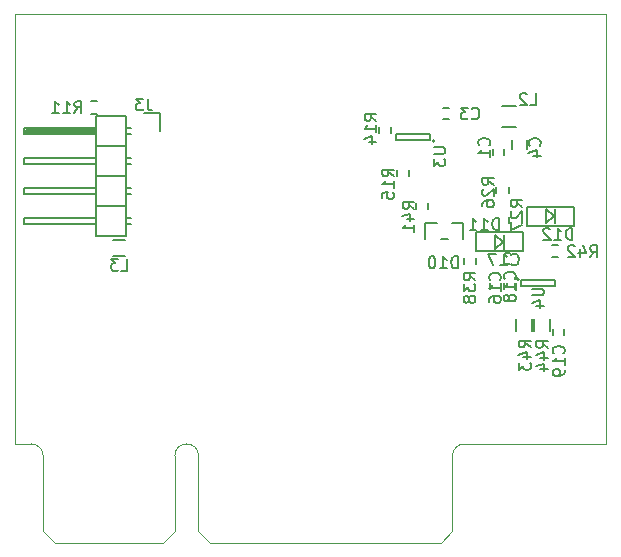
<source format=gbo>
G04 #@! TF.FileFunction,Legend,Bot*
%FSLAX46Y46*%
G04 Gerber Fmt 4.6, Leading zero omitted, Abs format (unit mm)*
G04 Created by KiCad (PCBNEW 4.0.7) date 09/09/17 19:38:47*
%MOMM*%
%LPD*%
G01*
G04 APERTURE LIST*
%ADD10C,0.100000*%
%ADD11C,0.150000*%
G04 APERTURE END LIST*
D10*
X137927358Y-135315553D02*
X137927358Y-135715553D01*
X126777358Y-135715553D02*
X126777358Y-135315553D01*
X127777358Y-136715553D02*
X126777358Y-135715553D01*
X136927358Y-136715553D02*
X127777358Y-136715553D01*
X137927358Y-135715553D02*
X136927358Y-136715553D01*
X161427358Y-135315553D02*
X161427358Y-135715553D01*
X139927358Y-135715553D02*
X139927358Y-135315553D01*
X140927358Y-136715553D02*
X139927358Y-135715553D01*
X160427358Y-136715553D02*
X140927358Y-136715553D01*
X161427358Y-135715553D02*
X160427358Y-136715553D01*
X124427358Y-91915553D02*
X174427358Y-91915553D01*
X174427358Y-128315553D02*
X174427358Y-91915553D01*
X174427358Y-128315553D02*
X162427358Y-128315553D01*
X124427358Y-128315553D02*
X124427358Y-91915553D01*
X125777358Y-128315553D02*
X124427358Y-128315553D01*
X125777358Y-128315553D02*
G75*
G02X126777358Y-129315553I0J-1000000D01*
G01*
X126777358Y-135315553D02*
X126777358Y-129315553D01*
X137927358Y-129315553D02*
X137927358Y-135315553D01*
X137927358Y-129315553D02*
G75*
G02X139927358Y-129315553I1000000J0D01*
G01*
X139927358Y-135315553D02*
X139927358Y-129315553D01*
X161427358Y-129315553D02*
X161427358Y-135315553D01*
X161427358Y-129315553D02*
G75*
G02X162427358Y-128315553I1000000J0D01*
G01*
D11*
X161031200Y-110986800D02*
X160431200Y-110986800D01*
X159131200Y-110986800D02*
X159131200Y-109586800D01*
X159131200Y-109586800D02*
X160131200Y-109586800D01*
X161431200Y-109586800D02*
X162331200Y-109586800D01*
X162331200Y-109586800D02*
X162331200Y-110986800D01*
X165817500Y-110588500D02*
X165817500Y-111788500D01*
X165017500Y-110588500D02*
X165017500Y-111788500D01*
X165017500Y-111788500D02*
X165717500Y-111188500D01*
X165717500Y-111188500D02*
X165017500Y-110588500D01*
X163417500Y-110388500D02*
X167417500Y-110388500D01*
X167417500Y-110388500D02*
X167417500Y-111988500D01*
X167417500Y-111988500D02*
X163417500Y-111988500D01*
X163417500Y-111988500D02*
X163417500Y-110388500D01*
X161159000Y-100805000D02*
X160659000Y-100805000D01*
X160659000Y-99855000D02*
X161159000Y-99855000D01*
X136631200Y-100304000D02*
X136631200Y-101854000D01*
X135331200Y-100304000D02*
X136631200Y-100304000D01*
X131140200Y-101727000D02*
X125298200Y-101727000D01*
X125298200Y-101727000D02*
X125298200Y-101981000D01*
X125298200Y-101981000D02*
X131140200Y-101981000D01*
X131140200Y-101981000D02*
X131140200Y-101854000D01*
X131140200Y-101854000D02*
X125298200Y-101854000D01*
X133807200Y-101600000D02*
X134188200Y-101600000D01*
X133807200Y-102108000D02*
X134188200Y-102108000D01*
X133807200Y-104140000D02*
X134188200Y-104140000D01*
X133807200Y-104648000D02*
X134188200Y-104648000D01*
X133807200Y-106680000D02*
X134188200Y-106680000D01*
X133807200Y-107188000D02*
X134188200Y-107188000D01*
X133807200Y-109728000D02*
X134188200Y-109728000D01*
X133807200Y-109220000D02*
X134188200Y-109220000D01*
X133807200Y-100584000D02*
X131267200Y-100584000D01*
X133807200Y-103124000D02*
X131267200Y-103124000D01*
X133807200Y-103124000D02*
X133807200Y-105664000D01*
X133807200Y-105664000D02*
X131267200Y-105664000D01*
X131267200Y-104140000D02*
X125171200Y-104140000D01*
X125171200Y-104140000D02*
X125171200Y-104648000D01*
X125171200Y-104648000D02*
X131267200Y-104648000D01*
X131267200Y-105664000D02*
X131267200Y-103124000D01*
X131267200Y-103124000D02*
X131267200Y-100584000D01*
X125171200Y-102108000D02*
X131267200Y-102108000D01*
X125171200Y-101600000D02*
X125171200Y-102108000D01*
X131267200Y-101600000D02*
X125171200Y-101600000D01*
X133807200Y-103124000D02*
X131267200Y-103124000D01*
X133807200Y-100584000D02*
X133807200Y-103124000D01*
X133807200Y-108204000D02*
X131267200Y-108204000D01*
X133807200Y-108204000D02*
X133807200Y-110744000D01*
X133807200Y-110744000D02*
X131267200Y-110744000D01*
X131267200Y-109220000D02*
X125171200Y-109220000D01*
X125171200Y-109220000D02*
X125171200Y-109728000D01*
X125171200Y-109728000D02*
X131267200Y-109728000D01*
X131267200Y-110744000D02*
X131267200Y-108204000D01*
X131267200Y-108204000D02*
X131267200Y-105664000D01*
X125171200Y-107188000D02*
X131267200Y-107188000D01*
X125171200Y-106680000D02*
X125171200Y-107188000D01*
X131267200Y-106680000D02*
X125171200Y-106680000D01*
X133807200Y-108204000D02*
X131267200Y-108204000D01*
X133807200Y-105664000D02*
X133807200Y-108204000D01*
X133807200Y-105664000D02*
X131267200Y-105664000D01*
X156227000Y-101477000D02*
X156227000Y-101977000D01*
X155177000Y-101977000D02*
X155177000Y-101477000D01*
X166718000Y-114685000D02*
X166718000Y-115185000D01*
X165768000Y-115185000D02*
X165768000Y-114685000D01*
X166506600Y-102621600D02*
X166506600Y-103321600D01*
X167706600Y-103321600D02*
X167706600Y-102621600D01*
X169959000Y-119122000D02*
X169959000Y-118622000D01*
X170909000Y-118622000D02*
X170909000Y-119122000D01*
X165575000Y-114685000D02*
X165575000Y-115185000D01*
X164625000Y-115185000D02*
X164625000Y-114685000D01*
X165840600Y-112123200D02*
X166340600Y-112123200D01*
X166340600Y-113073200D02*
X165840600Y-113073200D01*
X170135500Y-108429500D02*
X170135500Y-109629500D01*
X169335500Y-108429500D02*
X169335500Y-109629500D01*
X169335500Y-109629500D02*
X170035500Y-109029500D01*
X170035500Y-109029500D02*
X169335500Y-108429500D01*
X167735500Y-108229500D02*
X171735500Y-108229500D01*
X171735500Y-108229500D02*
X171735500Y-109829500D01*
X171735500Y-109829500D02*
X167735500Y-109829500D01*
X167735500Y-109829500D02*
X167735500Y-108229500D01*
X165643000Y-101459000D02*
X166843000Y-101459000D01*
X166843000Y-99709000D02*
X165643000Y-99709000D01*
X133723000Y-111085000D02*
X132723000Y-111085000D01*
X132723000Y-112435000D02*
X133723000Y-112435000D01*
X165159200Y-107031600D02*
X165159200Y-106531600D01*
X166209200Y-106531600D02*
X166209200Y-107031600D01*
X167301400Y-109122400D02*
X167301400Y-109622400D01*
X166251400Y-109622400D02*
X166251400Y-109122400D01*
X163466000Y-112576800D02*
X163466000Y-113076800D01*
X162416000Y-113076800D02*
X162416000Y-112576800D01*
X131314000Y-100347000D02*
X130814000Y-100347000D01*
X130814000Y-99297000D02*
X131314000Y-99297000D01*
X169879200Y-111463600D02*
X170379200Y-111463600D01*
X170379200Y-112513600D02*
X169879200Y-112513600D01*
X166838000Y-117737000D02*
X166838000Y-118737000D01*
X168188000Y-118737000D02*
X168188000Y-117737000D01*
X169712000Y-118737000D02*
X169712000Y-117737000D01*
X168362000Y-117737000D02*
X168362000Y-118737000D01*
X165829000Y-103382000D02*
X165829000Y-103882000D01*
X164879000Y-103882000D02*
X164879000Y-103382000D01*
X157751000Y-105160000D02*
X157751000Y-105660000D01*
X156701000Y-105660000D02*
X156701000Y-105160000D01*
X158352000Y-108454000D02*
X158352000Y-107954000D01*
X159402000Y-107954000D02*
X159402000Y-108454000D01*
X159915000Y-102662000D02*
G75*
G03X159915000Y-102662000I-100000J0D01*
G01*
X159565000Y-102112000D02*
X159565000Y-102612000D01*
X156665000Y-102112000D02*
X159565000Y-102112000D01*
X156665000Y-102612000D02*
X156665000Y-102112000D01*
X159565000Y-102612000D02*
X156665000Y-102612000D01*
X167056000Y-114381000D02*
G75*
G03X167056000Y-114381000I-100000J0D01*
G01*
X167206000Y-114931000D02*
X167206000Y-114431000D01*
X170106000Y-114931000D02*
X167206000Y-114931000D01*
X170106000Y-114431000D02*
X170106000Y-114931000D01*
X167206000Y-114431000D02*
X170106000Y-114431000D01*
X161889606Y-113441741D02*
X161889606Y-112441741D01*
X161651511Y-112441741D01*
X161508653Y-112489360D01*
X161413415Y-112584598D01*
X161365796Y-112679836D01*
X161318177Y-112870312D01*
X161318177Y-113013170D01*
X161365796Y-113203646D01*
X161413415Y-113298884D01*
X161508653Y-113394122D01*
X161651511Y-113441741D01*
X161889606Y-113441741D01*
X160365796Y-113441741D02*
X160937225Y-113441741D01*
X160651511Y-113441741D02*
X160651511Y-112441741D01*
X160746749Y-112584598D01*
X160841987Y-112679836D01*
X160937225Y-112727455D01*
X159746749Y-112441741D02*
X159651510Y-112441741D01*
X159556272Y-112489360D01*
X159508653Y-112536979D01*
X159461034Y-112632217D01*
X159413415Y-112822693D01*
X159413415Y-113060789D01*
X159461034Y-113251265D01*
X159508653Y-113346503D01*
X159556272Y-113394122D01*
X159651510Y-113441741D01*
X159746749Y-113441741D01*
X159841987Y-113394122D01*
X159889606Y-113346503D01*
X159937225Y-113251265D01*
X159984844Y-113060789D01*
X159984844Y-112822693D01*
X159937225Y-112632217D01*
X159889606Y-112536979D01*
X159841987Y-112489360D01*
X159746749Y-112441741D01*
X165371946Y-110203241D02*
X165371946Y-109203241D01*
X165133851Y-109203241D01*
X164990993Y-109250860D01*
X164895755Y-109346098D01*
X164848136Y-109441336D01*
X164800517Y-109631812D01*
X164800517Y-109774670D01*
X164848136Y-109965146D01*
X164895755Y-110060384D01*
X164990993Y-110155622D01*
X165133851Y-110203241D01*
X165371946Y-110203241D01*
X163848136Y-110203241D02*
X164419565Y-110203241D01*
X164133851Y-110203241D02*
X164133851Y-109203241D01*
X164229089Y-109346098D01*
X164324327Y-109441336D01*
X164419565Y-109488955D01*
X162895755Y-110203241D02*
X163467184Y-110203241D01*
X163181470Y-110203241D02*
X163181470Y-109203241D01*
X163276708Y-109346098D01*
X163371946Y-109441336D01*
X163467184Y-109488955D01*
X163076666Y-100737143D02*
X163124285Y-100784762D01*
X163267142Y-100832381D01*
X163362380Y-100832381D01*
X163505238Y-100784762D01*
X163600476Y-100689524D01*
X163648095Y-100594286D01*
X163695714Y-100403810D01*
X163695714Y-100260952D01*
X163648095Y-100070476D01*
X163600476Y-99975238D01*
X163505238Y-99880000D01*
X163362380Y-99832381D01*
X163267142Y-99832381D01*
X163124285Y-99880000D01*
X163076666Y-99927619D01*
X162743333Y-99832381D02*
X162124285Y-99832381D01*
X162457619Y-100213333D01*
X162314761Y-100213333D01*
X162219523Y-100260952D01*
X162171904Y-100308571D01*
X162124285Y-100403810D01*
X162124285Y-100641905D01*
X162171904Y-100737143D01*
X162219523Y-100784762D01*
X162314761Y-100832381D01*
X162600476Y-100832381D01*
X162695714Y-100784762D01*
X162743333Y-100737143D01*
X135623893Y-99081341D02*
X135623893Y-99795627D01*
X135671513Y-99938484D01*
X135766751Y-100033722D01*
X135909608Y-100081341D01*
X136004846Y-100081341D01*
X135242941Y-99081341D02*
X134623893Y-99081341D01*
X134957227Y-99462293D01*
X134814369Y-99462293D01*
X134719131Y-99509912D01*
X134671512Y-99557531D01*
X134623893Y-99652770D01*
X134623893Y-99890865D01*
X134671512Y-99986103D01*
X134719131Y-100033722D01*
X134814369Y-100081341D01*
X135100084Y-100081341D01*
X135195322Y-100033722D01*
X135242941Y-99986103D01*
X154992381Y-100947143D02*
X154516190Y-100613809D01*
X154992381Y-100375714D02*
X153992381Y-100375714D01*
X153992381Y-100756667D01*
X154040000Y-100851905D01*
X154087619Y-100899524D01*
X154182857Y-100947143D01*
X154325714Y-100947143D01*
X154420952Y-100899524D01*
X154468571Y-100851905D01*
X154516190Y-100756667D01*
X154516190Y-100375714D01*
X154992381Y-101899524D02*
X154992381Y-101328095D01*
X154992381Y-101613809D02*
X153992381Y-101613809D01*
X154135238Y-101518571D01*
X154230476Y-101423333D01*
X154278095Y-101328095D01*
X154325714Y-102756667D02*
X154992381Y-102756667D01*
X153944762Y-102518571D02*
X154659048Y-102280476D01*
X154659048Y-102899524D01*
X166687143Y-114347143D02*
X166734762Y-114299524D01*
X166782381Y-114156667D01*
X166782381Y-114061429D01*
X166734762Y-113918571D01*
X166639524Y-113823333D01*
X166544286Y-113775714D01*
X166353810Y-113728095D01*
X166210952Y-113728095D01*
X166020476Y-113775714D01*
X165925238Y-113823333D01*
X165830000Y-113918571D01*
X165782381Y-114061429D01*
X165782381Y-114156667D01*
X165830000Y-114299524D01*
X165877619Y-114347143D01*
X166782381Y-115299524D02*
X166782381Y-114728095D01*
X166782381Y-115013809D02*
X165782381Y-115013809D01*
X165925238Y-114918571D01*
X166020476Y-114823333D01*
X166068095Y-114728095D01*
X166210952Y-115870952D02*
X166163333Y-115775714D01*
X166115714Y-115728095D01*
X166020476Y-115680476D01*
X165972857Y-115680476D01*
X165877619Y-115728095D01*
X165830000Y-115775714D01*
X165782381Y-115870952D01*
X165782381Y-116061429D01*
X165830000Y-116156667D01*
X165877619Y-116204286D01*
X165972857Y-116251905D01*
X166020476Y-116251905D01*
X166115714Y-116204286D01*
X166163333Y-116156667D01*
X166210952Y-116061429D01*
X166210952Y-115870952D01*
X166258571Y-115775714D01*
X166306190Y-115728095D01*
X166401429Y-115680476D01*
X166591905Y-115680476D01*
X166687143Y-115728095D01*
X166734762Y-115775714D01*
X166782381Y-115870952D01*
X166782381Y-116061429D01*
X166734762Y-116156667D01*
X166687143Y-116204286D01*
X166591905Y-116251905D01*
X166401429Y-116251905D01*
X166306190Y-116204286D01*
X166258571Y-116156667D01*
X166210952Y-116061429D01*
X164527503Y-103036074D02*
X164575122Y-102988455D01*
X164622741Y-102845598D01*
X164622741Y-102750360D01*
X164575122Y-102607502D01*
X164479884Y-102512264D01*
X164384646Y-102464645D01*
X164194170Y-102417026D01*
X164051312Y-102417026D01*
X163860836Y-102464645D01*
X163765598Y-102512264D01*
X163670360Y-102607502D01*
X163622741Y-102750360D01*
X163622741Y-102845598D01*
X163670360Y-102988455D01*
X163717979Y-103036074D01*
X164622741Y-103988455D02*
X164622741Y-103417026D01*
X164622741Y-103702740D02*
X163622741Y-103702740D01*
X163765598Y-103607502D01*
X163860836Y-103512264D01*
X163908455Y-103417026D01*
X170827143Y-120647143D02*
X170874762Y-120599524D01*
X170922381Y-120456667D01*
X170922381Y-120361429D01*
X170874762Y-120218571D01*
X170779524Y-120123333D01*
X170684286Y-120075714D01*
X170493810Y-120028095D01*
X170350952Y-120028095D01*
X170160476Y-120075714D01*
X170065238Y-120123333D01*
X169970000Y-120218571D01*
X169922381Y-120361429D01*
X169922381Y-120456667D01*
X169970000Y-120599524D01*
X170017619Y-120647143D01*
X170922381Y-121599524D02*
X170922381Y-121028095D01*
X170922381Y-121313809D02*
X169922381Y-121313809D01*
X170065238Y-121218571D01*
X170160476Y-121123333D01*
X170208095Y-121028095D01*
X170922381Y-122075714D02*
X170922381Y-122266190D01*
X170874762Y-122361429D01*
X170827143Y-122409048D01*
X170684286Y-122504286D01*
X170493810Y-122551905D01*
X170112857Y-122551905D01*
X170017619Y-122504286D01*
X169970000Y-122456667D01*
X169922381Y-122361429D01*
X169922381Y-122170952D01*
X169970000Y-122075714D01*
X170017619Y-122028095D01*
X170112857Y-121980476D01*
X170350952Y-121980476D01*
X170446190Y-122028095D01*
X170493810Y-122075714D01*
X170541429Y-122170952D01*
X170541429Y-122361429D01*
X170493810Y-122456667D01*
X170446190Y-122504286D01*
X170350952Y-122551905D01*
X165437143Y-114447143D02*
X165484762Y-114399524D01*
X165532381Y-114256667D01*
X165532381Y-114161429D01*
X165484762Y-114018571D01*
X165389524Y-113923333D01*
X165294286Y-113875714D01*
X165103810Y-113828095D01*
X164960952Y-113828095D01*
X164770476Y-113875714D01*
X164675238Y-113923333D01*
X164580000Y-114018571D01*
X164532381Y-114161429D01*
X164532381Y-114256667D01*
X164580000Y-114399524D01*
X164627619Y-114447143D01*
X165532381Y-115399524D02*
X165532381Y-114828095D01*
X165532381Y-115113809D02*
X164532381Y-115113809D01*
X164675238Y-115018571D01*
X164770476Y-114923333D01*
X164818095Y-114828095D01*
X164532381Y-116256667D02*
X164532381Y-116066190D01*
X164580000Y-115970952D01*
X164627619Y-115923333D01*
X164770476Y-115828095D01*
X164960952Y-115780476D01*
X165341905Y-115780476D01*
X165437143Y-115828095D01*
X165484762Y-115875714D01*
X165532381Y-115970952D01*
X165532381Y-116161429D01*
X165484762Y-116256667D01*
X165437143Y-116304286D01*
X165341905Y-116351905D01*
X165103810Y-116351905D01*
X165008571Y-116304286D01*
X164960952Y-116256667D01*
X164913333Y-116161429D01*
X164913333Y-115970952D01*
X164960952Y-115875714D01*
X165008571Y-115828095D01*
X165103810Y-115780476D01*
X166422857Y-113097143D02*
X166470476Y-113144762D01*
X166613333Y-113192381D01*
X166708571Y-113192381D01*
X166851429Y-113144762D01*
X166946667Y-113049524D01*
X166994286Y-112954286D01*
X167041905Y-112763810D01*
X167041905Y-112620952D01*
X166994286Y-112430476D01*
X166946667Y-112335238D01*
X166851429Y-112240000D01*
X166708571Y-112192381D01*
X166613333Y-112192381D01*
X166470476Y-112240000D01*
X166422857Y-112287619D01*
X165470476Y-113192381D02*
X166041905Y-113192381D01*
X165756191Y-113192381D02*
X165756191Y-112192381D01*
X165851429Y-112335238D01*
X165946667Y-112430476D01*
X166041905Y-112478095D01*
X165137143Y-112192381D02*
X164470476Y-112192381D01*
X164899048Y-113192381D01*
X171594286Y-111033821D02*
X171594286Y-110033821D01*
X171356191Y-110033821D01*
X171213333Y-110081440D01*
X171118095Y-110176678D01*
X171070476Y-110271916D01*
X171022857Y-110462392D01*
X171022857Y-110605250D01*
X171070476Y-110795726D01*
X171118095Y-110890964D01*
X171213333Y-110986202D01*
X171356191Y-111033821D01*
X171594286Y-111033821D01*
X170070476Y-111033821D02*
X170641905Y-111033821D01*
X170356191Y-111033821D02*
X170356191Y-110033821D01*
X170451429Y-110176678D01*
X170546667Y-110271916D01*
X170641905Y-110319535D01*
X169689524Y-110129059D02*
X169641905Y-110081440D01*
X169546667Y-110033821D01*
X169308571Y-110033821D01*
X169213333Y-110081440D01*
X169165714Y-110129059D01*
X169118095Y-110224297D01*
X169118095Y-110319535D01*
X169165714Y-110462392D01*
X169737143Y-111033821D01*
X169118095Y-111033821D01*
X167997166Y-99603821D02*
X168473357Y-99603821D01*
X168473357Y-98603821D01*
X167711452Y-98699059D02*
X167663833Y-98651440D01*
X167568595Y-98603821D01*
X167330499Y-98603821D01*
X167235261Y-98651440D01*
X167187642Y-98699059D01*
X167140023Y-98794297D01*
X167140023Y-98889535D01*
X167187642Y-99032392D01*
X167759071Y-99603821D01*
X167140023Y-99603821D01*
X133384586Y-113644941D02*
X133860777Y-113644941D01*
X133860777Y-112644941D01*
X133146491Y-112644941D02*
X132527443Y-112644941D01*
X132860777Y-113025893D01*
X132717919Y-113025893D01*
X132622681Y-113073512D01*
X132575062Y-113121131D01*
X132527443Y-113216370D01*
X132527443Y-113454465D01*
X132575062Y-113549703D01*
X132622681Y-113597322D01*
X132717919Y-113644941D01*
X133003634Y-113644941D01*
X133098872Y-113597322D01*
X133146491Y-113549703D01*
X164942381Y-106367143D02*
X164466190Y-106033809D01*
X164942381Y-105795714D02*
X163942381Y-105795714D01*
X163942381Y-106176667D01*
X163990000Y-106271905D01*
X164037619Y-106319524D01*
X164132857Y-106367143D01*
X164275714Y-106367143D01*
X164370952Y-106319524D01*
X164418571Y-106271905D01*
X164466190Y-106176667D01*
X164466190Y-105795714D01*
X164037619Y-106748095D02*
X163990000Y-106795714D01*
X163942381Y-106890952D01*
X163942381Y-107129048D01*
X163990000Y-107224286D01*
X164037619Y-107271905D01*
X164132857Y-107319524D01*
X164228095Y-107319524D01*
X164370952Y-107271905D01*
X164942381Y-106700476D01*
X164942381Y-107319524D01*
X163942381Y-108176667D02*
X163942381Y-107986190D01*
X163990000Y-107890952D01*
X164037619Y-107843333D01*
X164180476Y-107748095D01*
X164370952Y-107700476D01*
X164751905Y-107700476D01*
X164847143Y-107748095D01*
X164894762Y-107795714D01*
X164942381Y-107890952D01*
X164942381Y-108081429D01*
X164894762Y-108176667D01*
X164847143Y-108224286D01*
X164751905Y-108271905D01*
X164513810Y-108271905D01*
X164418571Y-108224286D01*
X164370952Y-108176667D01*
X164323333Y-108081429D01*
X164323333Y-107890952D01*
X164370952Y-107795714D01*
X164418571Y-107748095D01*
X164513810Y-107700476D01*
X167352381Y-108247143D02*
X166876190Y-107913809D01*
X167352381Y-107675714D02*
X166352381Y-107675714D01*
X166352381Y-108056667D01*
X166400000Y-108151905D01*
X166447619Y-108199524D01*
X166542857Y-108247143D01*
X166685714Y-108247143D01*
X166780952Y-108199524D01*
X166828571Y-108151905D01*
X166876190Y-108056667D01*
X166876190Y-107675714D01*
X166447619Y-108628095D02*
X166400000Y-108675714D01*
X166352381Y-108770952D01*
X166352381Y-109009048D01*
X166400000Y-109104286D01*
X166447619Y-109151905D01*
X166542857Y-109199524D01*
X166638095Y-109199524D01*
X166780952Y-109151905D01*
X167352381Y-108580476D01*
X167352381Y-109199524D01*
X166352381Y-109532857D02*
X166352381Y-110199524D01*
X167352381Y-109770952D01*
X163382381Y-114447143D02*
X162906190Y-114113809D01*
X163382381Y-113875714D02*
X162382381Y-113875714D01*
X162382381Y-114256667D01*
X162430000Y-114351905D01*
X162477619Y-114399524D01*
X162572857Y-114447143D01*
X162715714Y-114447143D01*
X162810952Y-114399524D01*
X162858571Y-114351905D01*
X162906190Y-114256667D01*
X162906190Y-113875714D01*
X162382381Y-114780476D02*
X162382381Y-115399524D01*
X162763333Y-115066190D01*
X162763333Y-115209048D01*
X162810952Y-115304286D01*
X162858571Y-115351905D01*
X162953810Y-115399524D01*
X163191905Y-115399524D01*
X163287143Y-115351905D01*
X163334762Y-115304286D01*
X163382381Y-115209048D01*
X163382381Y-114923333D01*
X163334762Y-114828095D01*
X163287143Y-114780476D01*
X162810952Y-115970952D02*
X162763333Y-115875714D01*
X162715714Y-115828095D01*
X162620476Y-115780476D01*
X162572857Y-115780476D01*
X162477619Y-115828095D01*
X162430000Y-115875714D01*
X162382381Y-115970952D01*
X162382381Y-116161429D01*
X162430000Y-116256667D01*
X162477619Y-116304286D01*
X162572857Y-116351905D01*
X162620476Y-116351905D01*
X162715714Y-116304286D01*
X162763333Y-116256667D01*
X162810952Y-116161429D01*
X162810952Y-115970952D01*
X162858571Y-115875714D01*
X162906190Y-115828095D01*
X163001429Y-115780476D01*
X163191905Y-115780476D01*
X163287143Y-115828095D01*
X163334762Y-115875714D01*
X163382381Y-115970952D01*
X163382381Y-116161429D01*
X163334762Y-116256667D01*
X163287143Y-116304286D01*
X163191905Y-116351905D01*
X163001429Y-116351905D01*
X162906190Y-116304286D01*
X162858571Y-116256667D01*
X162810952Y-116161429D01*
X129431017Y-100304861D02*
X129764351Y-99828670D01*
X130002446Y-100304861D02*
X130002446Y-99304861D01*
X129621493Y-99304861D01*
X129526255Y-99352480D01*
X129478636Y-99400099D01*
X129431017Y-99495337D01*
X129431017Y-99638194D01*
X129478636Y-99733432D01*
X129526255Y-99781051D01*
X129621493Y-99828670D01*
X130002446Y-99828670D01*
X128478636Y-100304861D02*
X129050065Y-100304861D01*
X128764351Y-100304861D02*
X128764351Y-99304861D01*
X128859589Y-99447718D01*
X128954827Y-99542956D01*
X129050065Y-99590575D01*
X127526255Y-100304861D02*
X128097684Y-100304861D01*
X127811970Y-100304861D02*
X127811970Y-99304861D01*
X127907208Y-99447718D01*
X128002446Y-99542956D01*
X128097684Y-99590575D01*
X173098697Y-112501941D02*
X173432031Y-112025750D01*
X173670126Y-112501941D02*
X173670126Y-111501941D01*
X173289173Y-111501941D01*
X173193935Y-111549560D01*
X173146316Y-111597179D01*
X173098697Y-111692417D01*
X173098697Y-111835274D01*
X173146316Y-111930512D01*
X173193935Y-111978131D01*
X173289173Y-112025750D01*
X173670126Y-112025750D01*
X172241554Y-111835274D02*
X172241554Y-112501941D01*
X172479650Y-111454322D02*
X172717745Y-112168608D01*
X172098697Y-112168608D01*
X171765364Y-111597179D02*
X171717745Y-111549560D01*
X171622507Y-111501941D01*
X171384411Y-111501941D01*
X171289173Y-111549560D01*
X171241554Y-111597179D01*
X171193935Y-111692417D01*
X171193935Y-111787655D01*
X171241554Y-111930512D01*
X171812983Y-112501941D01*
X171193935Y-112501941D01*
X168052381Y-120137143D02*
X167576190Y-119803809D01*
X168052381Y-119565714D02*
X167052381Y-119565714D01*
X167052381Y-119946667D01*
X167100000Y-120041905D01*
X167147619Y-120089524D01*
X167242857Y-120137143D01*
X167385714Y-120137143D01*
X167480952Y-120089524D01*
X167528571Y-120041905D01*
X167576190Y-119946667D01*
X167576190Y-119565714D01*
X167385714Y-120994286D02*
X168052381Y-120994286D01*
X167004762Y-120756190D02*
X167719048Y-120518095D01*
X167719048Y-121137143D01*
X167052381Y-121422857D02*
X167052381Y-122041905D01*
X167433333Y-121708571D01*
X167433333Y-121851429D01*
X167480952Y-121946667D01*
X167528571Y-121994286D01*
X167623810Y-122041905D01*
X167861905Y-122041905D01*
X167957143Y-121994286D01*
X168004762Y-121946667D01*
X168052381Y-121851429D01*
X168052381Y-121565714D01*
X168004762Y-121470476D01*
X167957143Y-121422857D01*
X169532381Y-120187143D02*
X169056190Y-119853809D01*
X169532381Y-119615714D02*
X168532381Y-119615714D01*
X168532381Y-119996667D01*
X168580000Y-120091905D01*
X168627619Y-120139524D01*
X168722857Y-120187143D01*
X168865714Y-120187143D01*
X168960952Y-120139524D01*
X169008571Y-120091905D01*
X169056190Y-119996667D01*
X169056190Y-119615714D01*
X168865714Y-121044286D02*
X169532381Y-121044286D01*
X168484762Y-120806190D02*
X169199048Y-120568095D01*
X169199048Y-121187143D01*
X168865714Y-121996667D02*
X169532381Y-121996667D01*
X168484762Y-121758571D02*
X169199048Y-121520476D01*
X169199048Y-122139524D01*
X168802323Y-103058934D02*
X168849942Y-103011315D01*
X168897561Y-102868458D01*
X168897561Y-102773220D01*
X168849942Y-102630362D01*
X168754704Y-102535124D01*
X168659466Y-102487505D01*
X168468990Y-102439886D01*
X168326132Y-102439886D01*
X168135656Y-102487505D01*
X168040418Y-102535124D01*
X167945180Y-102630362D01*
X167897561Y-102773220D01*
X167897561Y-102868458D01*
X167945180Y-103011315D01*
X167992799Y-103058934D01*
X168230894Y-103916077D02*
X168897561Y-103916077D01*
X167849942Y-103677981D02*
X168564228Y-103439886D01*
X168564228Y-104058934D01*
X156472381Y-105667143D02*
X155996190Y-105333809D01*
X156472381Y-105095714D02*
X155472381Y-105095714D01*
X155472381Y-105476667D01*
X155520000Y-105571905D01*
X155567619Y-105619524D01*
X155662857Y-105667143D01*
X155805714Y-105667143D01*
X155900952Y-105619524D01*
X155948571Y-105571905D01*
X155996190Y-105476667D01*
X155996190Y-105095714D01*
X156472381Y-106619524D02*
X156472381Y-106048095D01*
X156472381Y-106333809D02*
X155472381Y-106333809D01*
X155615238Y-106238571D01*
X155710476Y-106143333D01*
X155758095Y-106048095D01*
X155472381Y-107524286D02*
X155472381Y-107048095D01*
X155948571Y-107000476D01*
X155900952Y-107048095D01*
X155853333Y-107143333D01*
X155853333Y-107381429D01*
X155900952Y-107476667D01*
X155948571Y-107524286D01*
X156043810Y-107571905D01*
X156281905Y-107571905D01*
X156377143Y-107524286D01*
X156424762Y-107476667D01*
X156472381Y-107381429D01*
X156472381Y-107143333D01*
X156424762Y-107048095D01*
X156377143Y-107000476D01*
X158212381Y-108427143D02*
X157736190Y-108093809D01*
X158212381Y-107855714D02*
X157212381Y-107855714D01*
X157212381Y-108236667D01*
X157260000Y-108331905D01*
X157307619Y-108379524D01*
X157402857Y-108427143D01*
X157545714Y-108427143D01*
X157640952Y-108379524D01*
X157688571Y-108331905D01*
X157736190Y-108236667D01*
X157736190Y-107855714D01*
X157545714Y-109284286D02*
X158212381Y-109284286D01*
X157164762Y-109046190D02*
X157879048Y-108808095D01*
X157879048Y-109427143D01*
X158212381Y-110331905D02*
X158212381Y-109760476D01*
X158212381Y-110046190D02*
X157212381Y-110046190D01*
X157355238Y-109950952D01*
X157450476Y-109855714D01*
X157498095Y-109760476D01*
X159832381Y-103198095D02*
X160641905Y-103198095D01*
X160737143Y-103245714D01*
X160784762Y-103293333D01*
X160832381Y-103388571D01*
X160832381Y-103579048D01*
X160784762Y-103674286D01*
X160737143Y-103721905D01*
X160641905Y-103769524D01*
X159832381Y-103769524D01*
X159832381Y-104150476D02*
X159832381Y-104769524D01*
X160213333Y-104436190D01*
X160213333Y-104579048D01*
X160260952Y-104674286D01*
X160308571Y-104721905D01*
X160403810Y-104769524D01*
X160641905Y-104769524D01*
X160737143Y-104721905D01*
X160784762Y-104674286D01*
X160832381Y-104579048D01*
X160832381Y-104293333D01*
X160784762Y-104198095D01*
X160737143Y-104150476D01*
X168172381Y-115168095D02*
X168981905Y-115168095D01*
X169077143Y-115215714D01*
X169124762Y-115263333D01*
X169172381Y-115358571D01*
X169172381Y-115549048D01*
X169124762Y-115644286D01*
X169077143Y-115691905D01*
X168981905Y-115739524D01*
X168172381Y-115739524D01*
X168505714Y-116644286D02*
X169172381Y-116644286D01*
X168124762Y-116406190D02*
X168839048Y-116168095D01*
X168839048Y-116787143D01*
M02*

</source>
